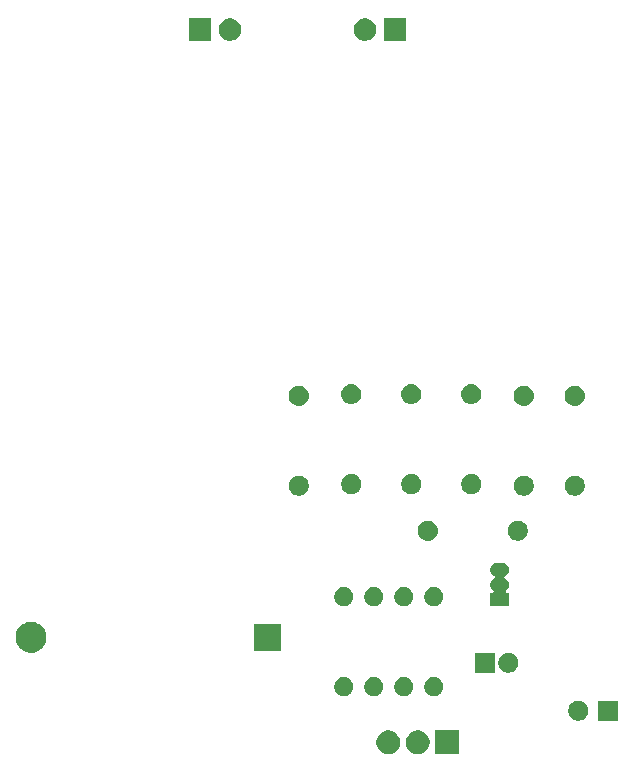
<source format=gts>
G04 #@! TF.GenerationSoftware,KiCad,Pcbnew,5.1.1-8be2ce7~80~ubuntu18.04.1*
G04 #@! TF.CreationDate,2019-04-17T04:14:47-07:00*
G04 #@! TF.ProjectId,555_timer,3535355f-7469-46d6-9572-2e6b69636164,v01*
G04 #@! TF.SameCoordinates,Original*
G04 #@! TF.FileFunction,Soldermask,Top*
G04 #@! TF.FilePolarity,Negative*
%FSLAX46Y46*%
G04 Gerber Fmt 4.6, Leading zero omitted, Abs format (unit mm)*
G04 Created by KiCad (PCBNEW 5.1.1-8be2ce7~80~ubuntu18.04.1) date 2019-04-17 04:14:47*
%MOMM*%
%LPD*%
G04 APERTURE LIST*
%ADD10C,0.100000*%
G04 APERTURE END LIST*
D10*
G36*
X165466000Y-124826000D02*
G01*
X163464000Y-124826000D01*
X163464000Y-122824000D01*
X165466000Y-122824000D01*
X165466000Y-124826000D01*
X165466000Y-124826000D01*
G37*
G36*
X162256981Y-122862468D02*
G01*
X162439151Y-122937926D01*
X162603100Y-123047473D01*
X162742527Y-123186900D01*
X162852074Y-123350849D01*
X162927532Y-123533019D01*
X162966000Y-123726410D01*
X162966000Y-123923590D01*
X162927532Y-124116981D01*
X162852074Y-124299151D01*
X162742527Y-124463100D01*
X162603100Y-124602527D01*
X162439151Y-124712074D01*
X162256981Y-124787532D01*
X162160285Y-124806766D01*
X162063591Y-124826000D01*
X161866409Y-124826000D01*
X161769715Y-124806766D01*
X161673019Y-124787532D01*
X161490849Y-124712074D01*
X161326900Y-124602527D01*
X161187473Y-124463100D01*
X161077926Y-124299151D01*
X161002468Y-124116981D01*
X160964000Y-123923590D01*
X160964000Y-123726410D01*
X161002468Y-123533019D01*
X161077926Y-123350849D01*
X161187473Y-123186900D01*
X161326900Y-123047473D01*
X161490849Y-122937926D01*
X161673019Y-122862468D01*
X161866409Y-122824000D01*
X162063591Y-122824000D01*
X162256981Y-122862468D01*
X162256981Y-122862468D01*
G37*
G36*
X159756981Y-122862468D02*
G01*
X159939151Y-122937926D01*
X160103100Y-123047473D01*
X160242527Y-123186900D01*
X160352074Y-123350849D01*
X160427532Y-123533019D01*
X160466000Y-123726410D01*
X160466000Y-123923590D01*
X160427532Y-124116981D01*
X160352074Y-124299151D01*
X160242527Y-124463100D01*
X160103100Y-124602527D01*
X159939151Y-124712074D01*
X159756981Y-124787532D01*
X159660285Y-124806766D01*
X159563591Y-124826000D01*
X159366409Y-124826000D01*
X159269715Y-124806766D01*
X159173019Y-124787532D01*
X158990849Y-124712074D01*
X158826900Y-124602527D01*
X158687473Y-124463100D01*
X158577926Y-124299151D01*
X158502468Y-124116981D01*
X158464000Y-123923590D01*
X158464000Y-123726410D01*
X158502468Y-123533019D01*
X158577926Y-123350849D01*
X158687473Y-123186900D01*
X158826900Y-123047473D01*
X158990849Y-122937926D01*
X159173019Y-122862468D01*
X159366409Y-122824000D01*
X159563591Y-122824000D01*
X159756981Y-122862468D01*
X159756981Y-122862468D01*
G37*
G36*
X178905000Y-122009000D02*
G01*
X177203000Y-122009000D01*
X177203000Y-120307000D01*
X178905000Y-120307000D01*
X178905000Y-122009000D01*
X178905000Y-122009000D01*
G37*
G36*
X175802228Y-120339703D02*
G01*
X175957100Y-120403853D01*
X176096481Y-120496985D01*
X176215015Y-120615519D01*
X176308147Y-120754900D01*
X176372297Y-120909772D01*
X176405000Y-121074184D01*
X176405000Y-121241816D01*
X176372297Y-121406228D01*
X176308147Y-121561100D01*
X176215015Y-121700481D01*
X176096481Y-121819015D01*
X175957100Y-121912147D01*
X175802228Y-121976297D01*
X175637816Y-122009000D01*
X175470184Y-122009000D01*
X175305772Y-121976297D01*
X175150900Y-121912147D01*
X175011519Y-121819015D01*
X174892985Y-121700481D01*
X174799853Y-121561100D01*
X174735703Y-121406228D01*
X174703000Y-121241816D01*
X174703000Y-121074184D01*
X174735703Y-120909772D01*
X174799853Y-120754900D01*
X174892985Y-120615519D01*
X175011519Y-120496985D01*
X175150900Y-120403853D01*
X175305772Y-120339703D01*
X175470184Y-120307000D01*
X175637816Y-120307000D01*
X175802228Y-120339703D01*
X175802228Y-120339703D01*
G37*
G36*
X161019142Y-118344242D02*
G01*
X161167101Y-118405529D01*
X161300255Y-118494499D01*
X161413501Y-118607745D01*
X161502471Y-118740899D01*
X161563758Y-118888858D01*
X161595000Y-119045925D01*
X161595000Y-119206075D01*
X161563758Y-119363142D01*
X161502471Y-119511101D01*
X161413501Y-119644255D01*
X161300255Y-119757501D01*
X161167101Y-119846471D01*
X161019142Y-119907758D01*
X160862075Y-119939000D01*
X160701925Y-119939000D01*
X160544858Y-119907758D01*
X160396899Y-119846471D01*
X160263745Y-119757501D01*
X160150499Y-119644255D01*
X160061529Y-119511101D01*
X160000242Y-119363142D01*
X159969000Y-119206075D01*
X159969000Y-119045925D01*
X160000242Y-118888858D01*
X160061529Y-118740899D01*
X160150499Y-118607745D01*
X160263745Y-118494499D01*
X160396899Y-118405529D01*
X160544858Y-118344242D01*
X160701925Y-118313000D01*
X160862075Y-118313000D01*
X161019142Y-118344242D01*
X161019142Y-118344242D01*
G37*
G36*
X158479142Y-118344242D02*
G01*
X158627101Y-118405529D01*
X158760255Y-118494499D01*
X158873501Y-118607745D01*
X158962471Y-118740899D01*
X159023758Y-118888858D01*
X159055000Y-119045925D01*
X159055000Y-119206075D01*
X159023758Y-119363142D01*
X158962471Y-119511101D01*
X158873501Y-119644255D01*
X158760255Y-119757501D01*
X158627101Y-119846471D01*
X158479142Y-119907758D01*
X158322075Y-119939000D01*
X158161925Y-119939000D01*
X158004858Y-119907758D01*
X157856899Y-119846471D01*
X157723745Y-119757501D01*
X157610499Y-119644255D01*
X157521529Y-119511101D01*
X157460242Y-119363142D01*
X157429000Y-119206075D01*
X157429000Y-119045925D01*
X157460242Y-118888858D01*
X157521529Y-118740899D01*
X157610499Y-118607745D01*
X157723745Y-118494499D01*
X157856899Y-118405529D01*
X158004858Y-118344242D01*
X158161925Y-118313000D01*
X158322075Y-118313000D01*
X158479142Y-118344242D01*
X158479142Y-118344242D01*
G37*
G36*
X155939142Y-118344242D02*
G01*
X156087101Y-118405529D01*
X156220255Y-118494499D01*
X156333501Y-118607745D01*
X156422471Y-118740899D01*
X156483758Y-118888858D01*
X156515000Y-119045925D01*
X156515000Y-119206075D01*
X156483758Y-119363142D01*
X156422471Y-119511101D01*
X156333501Y-119644255D01*
X156220255Y-119757501D01*
X156087101Y-119846471D01*
X155939142Y-119907758D01*
X155782075Y-119939000D01*
X155621925Y-119939000D01*
X155464858Y-119907758D01*
X155316899Y-119846471D01*
X155183745Y-119757501D01*
X155070499Y-119644255D01*
X154981529Y-119511101D01*
X154920242Y-119363142D01*
X154889000Y-119206075D01*
X154889000Y-119045925D01*
X154920242Y-118888858D01*
X154981529Y-118740899D01*
X155070499Y-118607745D01*
X155183745Y-118494499D01*
X155316899Y-118405529D01*
X155464858Y-118344242D01*
X155621925Y-118313000D01*
X155782075Y-118313000D01*
X155939142Y-118344242D01*
X155939142Y-118344242D01*
G37*
G36*
X163559142Y-118344242D02*
G01*
X163707101Y-118405529D01*
X163840255Y-118494499D01*
X163953501Y-118607745D01*
X164042471Y-118740899D01*
X164103758Y-118888858D01*
X164135000Y-119045925D01*
X164135000Y-119206075D01*
X164103758Y-119363142D01*
X164042471Y-119511101D01*
X163953501Y-119644255D01*
X163840255Y-119757501D01*
X163707101Y-119846471D01*
X163559142Y-119907758D01*
X163402075Y-119939000D01*
X163241925Y-119939000D01*
X163084858Y-119907758D01*
X162936899Y-119846471D01*
X162803745Y-119757501D01*
X162690499Y-119644255D01*
X162601529Y-119511101D01*
X162540242Y-119363142D01*
X162509000Y-119206075D01*
X162509000Y-119045925D01*
X162540242Y-118888858D01*
X162601529Y-118740899D01*
X162690499Y-118607745D01*
X162803745Y-118494499D01*
X162936899Y-118405529D01*
X163084858Y-118344242D01*
X163241925Y-118313000D01*
X163402075Y-118313000D01*
X163559142Y-118344242D01*
X163559142Y-118344242D01*
G37*
G36*
X168491000Y-117945000D02*
G01*
X166789000Y-117945000D01*
X166789000Y-116243000D01*
X168491000Y-116243000D01*
X168491000Y-117945000D01*
X168491000Y-117945000D01*
G37*
G36*
X169888228Y-116275703D02*
G01*
X170043100Y-116339853D01*
X170182481Y-116432985D01*
X170301015Y-116551519D01*
X170394147Y-116690900D01*
X170458297Y-116845772D01*
X170491000Y-117010184D01*
X170491000Y-117177816D01*
X170458297Y-117342228D01*
X170394147Y-117497100D01*
X170301015Y-117636481D01*
X170182481Y-117755015D01*
X170043100Y-117848147D01*
X169888228Y-117912297D01*
X169723816Y-117945000D01*
X169556184Y-117945000D01*
X169391772Y-117912297D01*
X169236900Y-117848147D01*
X169097519Y-117755015D01*
X168978985Y-117636481D01*
X168885853Y-117497100D01*
X168821703Y-117342228D01*
X168789000Y-117177816D01*
X168789000Y-117010184D01*
X168821703Y-116845772D01*
X168885853Y-116690900D01*
X168978985Y-116551519D01*
X169097519Y-116432985D01*
X169236900Y-116339853D01*
X169391772Y-116275703D01*
X169556184Y-116243000D01*
X169723816Y-116243000D01*
X169888228Y-116275703D01*
X169888228Y-116275703D01*
G37*
G36*
X129604487Y-113683996D02*
G01*
X129841253Y-113782068D01*
X129841255Y-113782069D01*
X129866594Y-113799000D01*
X130054339Y-113924447D01*
X130235553Y-114105661D01*
X130377932Y-114318747D01*
X130476004Y-114555513D01*
X130526000Y-114806861D01*
X130526000Y-115063139D01*
X130476004Y-115314487D01*
X130377932Y-115551253D01*
X130377931Y-115551255D01*
X130235553Y-115764339D01*
X130054339Y-115945553D01*
X129841255Y-116087931D01*
X129841254Y-116087932D01*
X129841253Y-116087932D01*
X129604487Y-116186004D01*
X129353139Y-116236000D01*
X129096861Y-116236000D01*
X128845513Y-116186004D01*
X128608747Y-116087932D01*
X128608746Y-116087932D01*
X128608745Y-116087931D01*
X128395661Y-115945553D01*
X128214447Y-115764339D01*
X128072069Y-115551255D01*
X128072068Y-115551253D01*
X127973996Y-115314487D01*
X127924000Y-115063139D01*
X127924000Y-114806861D01*
X127973996Y-114555513D01*
X128072068Y-114318747D01*
X128214447Y-114105661D01*
X128395661Y-113924447D01*
X128583406Y-113799000D01*
X128608745Y-113782069D01*
X128608747Y-113782068D01*
X128845513Y-113683996D01*
X129096861Y-113634000D01*
X129353139Y-113634000D01*
X129604487Y-113683996D01*
X129604487Y-113683996D01*
G37*
G36*
X150361000Y-116071000D02*
G01*
X148089000Y-116071000D01*
X148089000Y-113799000D01*
X150361000Y-113799000D01*
X150361000Y-116071000D01*
X150361000Y-116071000D01*
G37*
G36*
X169247916Y-108652334D02*
G01*
X169356492Y-108685271D01*
X169356495Y-108685272D01*
X169392601Y-108704571D01*
X169456557Y-108738756D01*
X169544264Y-108810736D01*
X169616244Y-108898443D01*
X169650429Y-108962399D01*
X169669728Y-108998505D01*
X169669729Y-108998508D01*
X169702666Y-109107084D01*
X169713787Y-109220000D01*
X169702666Y-109332916D01*
X169669729Y-109441492D01*
X169669728Y-109441495D01*
X169650429Y-109477601D01*
X169616244Y-109541557D01*
X169544264Y-109629264D01*
X169456557Y-109701244D01*
X169375141Y-109744761D01*
X169354766Y-109758375D01*
X169337439Y-109775702D01*
X169323826Y-109796076D01*
X169314448Y-109818715D01*
X169309668Y-109842748D01*
X169309668Y-109867252D01*
X169314448Y-109891285D01*
X169323826Y-109913924D01*
X169337440Y-109934299D01*
X169354767Y-109951626D01*
X169375141Y-109965239D01*
X169456557Y-110008756D01*
X169544264Y-110080736D01*
X169616244Y-110168443D01*
X169650429Y-110232399D01*
X169669728Y-110268505D01*
X169669729Y-110268508D01*
X169702666Y-110377084D01*
X169713787Y-110490000D01*
X169702666Y-110602916D01*
X169669729Y-110711492D01*
X169669728Y-110711495D01*
X169662914Y-110724242D01*
X169616244Y-110811557D01*
X169544264Y-110899264D01*
X169467354Y-110962383D01*
X169450035Y-110979702D01*
X169436421Y-111000077D01*
X169427043Y-111022716D01*
X169422263Y-111046749D01*
X169422263Y-111071253D01*
X169427043Y-111095286D01*
X169436421Y-111117925D01*
X169450034Y-111138299D01*
X169467361Y-111155626D01*
X169487736Y-111169240D01*
X169510375Y-111178618D01*
X169534408Y-111183398D01*
X169546660Y-111184000D01*
X169711000Y-111184000D01*
X169711000Y-112336000D01*
X168109000Y-112336000D01*
X168109000Y-111184000D01*
X168273340Y-111184000D01*
X168297726Y-111181598D01*
X168321175Y-111174485D01*
X168342786Y-111162934D01*
X168361728Y-111147389D01*
X168377273Y-111128447D01*
X168388824Y-111106836D01*
X168395937Y-111083387D01*
X168398339Y-111059001D01*
X168395937Y-111034615D01*
X168388824Y-111011166D01*
X168377273Y-110989555D01*
X168361728Y-110970613D01*
X168352655Y-110962391D01*
X168275736Y-110899264D01*
X168203756Y-110811557D01*
X168157086Y-110724242D01*
X168150272Y-110711495D01*
X168150271Y-110711492D01*
X168117334Y-110602916D01*
X168106213Y-110490000D01*
X168117334Y-110377084D01*
X168150271Y-110268508D01*
X168150272Y-110268505D01*
X168169571Y-110232399D01*
X168203756Y-110168443D01*
X168275736Y-110080736D01*
X168363443Y-110008756D01*
X168444859Y-109965239D01*
X168465234Y-109951625D01*
X168482561Y-109934298D01*
X168496174Y-109913924D01*
X168505552Y-109891285D01*
X168510332Y-109867252D01*
X168510332Y-109842748D01*
X168505552Y-109818715D01*
X168496174Y-109796076D01*
X168482560Y-109775701D01*
X168465233Y-109758374D01*
X168444859Y-109744761D01*
X168363443Y-109701244D01*
X168275736Y-109629264D01*
X168203756Y-109541557D01*
X168169571Y-109477601D01*
X168150272Y-109441495D01*
X168150271Y-109441492D01*
X168117334Y-109332916D01*
X168106213Y-109220000D01*
X168117334Y-109107084D01*
X168150271Y-108998508D01*
X168150272Y-108998505D01*
X168169571Y-108962399D01*
X168203756Y-108898443D01*
X168275736Y-108810736D01*
X168363443Y-108738756D01*
X168427399Y-108704571D01*
X168463505Y-108685272D01*
X168463508Y-108685271D01*
X168572084Y-108652334D01*
X168656702Y-108644000D01*
X169163298Y-108644000D01*
X169247916Y-108652334D01*
X169247916Y-108652334D01*
G37*
G36*
X163559142Y-110724242D02*
G01*
X163707101Y-110785529D01*
X163840255Y-110874499D01*
X163953501Y-110987745D01*
X164042471Y-111120899D01*
X164103758Y-111268858D01*
X164135000Y-111425925D01*
X164135000Y-111586075D01*
X164103758Y-111743142D01*
X164042471Y-111891101D01*
X163953501Y-112024255D01*
X163840255Y-112137501D01*
X163707101Y-112226471D01*
X163559142Y-112287758D01*
X163402075Y-112319000D01*
X163241925Y-112319000D01*
X163084858Y-112287758D01*
X162936899Y-112226471D01*
X162803745Y-112137501D01*
X162690499Y-112024255D01*
X162601529Y-111891101D01*
X162540242Y-111743142D01*
X162509000Y-111586075D01*
X162509000Y-111425925D01*
X162540242Y-111268858D01*
X162601529Y-111120899D01*
X162690499Y-110987745D01*
X162803745Y-110874499D01*
X162936899Y-110785529D01*
X163084858Y-110724242D01*
X163241925Y-110693000D01*
X163402075Y-110693000D01*
X163559142Y-110724242D01*
X163559142Y-110724242D01*
G37*
G36*
X161019142Y-110724242D02*
G01*
X161167101Y-110785529D01*
X161300255Y-110874499D01*
X161413501Y-110987745D01*
X161502471Y-111120899D01*
X161563758Y-111268858D01*
X161595000Y-111425925D01*
X161595000Y-111586075D01*
X161563758Y-111743142D01*
X161502471Y-111891101D01*
X161413501Y-112024255D01*
X161300255Y-112137501D01*
X161167101Y-112226471D01*
X161019142Y-112287758D01*
X160862075Y-112319000D01*
X160701925Y-112319000D01*
X160544858Y-112287758D01*
X160396899Y-112226471D01*
X160263745Y-112137501D01*
X160150499Y-112024255D01*
X160061529Y-111891101D01*
X160000242Y-111743142D01*
X159969000Y-111586075D01*
X159969000Y-111425925D01*
X160000242Y-111268858D01*
X160061529Y-111120899D01*
X160150499Y-110987745D01*
X160263745Y-110874499D01*
X160396899Y-110785529D01*
X160544858Y-110724242D01*
X160701925Y-110693000D01*
X160862075Y-110693000D01*
X161019142Y-110724242D01*
X161019142Y-110724242D01*
G37*
G36*
X158479142Y-110724242D02*
G01*
X158627101Y-110785529D01*
X158760255Y-110874499D01*
X158873501Y-110987745D01*
X158962471Y-111120899D01*
X159023758Y-111268858D01*
X159055000Y-111425925D01*
X159055000Y-111586075D01*
X159023758Y-111743142D01*
X158962471Y-111891101D01*
X158873501Y-112024255D01*
X158760255Y-112137501D01*
X158627101Y-112226471D01*
X158479142Y-112287758D01*
X158322075Y-112319000D01*
X158161925Y-112319000D01*
X158004858Y-112287758D01*
X157856899Y-112226471D01*
X157723745Y-112137501D01*
X157610499Y-112024255D01*
X157521529Y-111891101D01*
X157460242Y-111743142D01*
X157429000Y-111586075D01*
X157429000Y-111425925D01*
X157460242Y-111268858D01*
X157521529Y-111120899D01*
X157610499Y-110987745D01*
X157723745Y-110874499D01*
X157856899Y-110785529D01*
X158004858Y-110724242D01*
X158161925Y-110693000D01*
X158322075Y-110693000D01*
X158479142Y-110724242D01*
X158479142Y-110724242D01*
G37*
G36*
X155939142Y-110724242D02*
G01*
X156087101Y-110785529D01*
X156220255Y-110874499D01*
X156333501Y-110987745D01*
X156422471Y-111120899D01*
X156483758Y-111268858D01*
X156515000Y-111425925D01*
X156515000Y-111586075D01*
X156483758Y-111743142D01*
X156422471Y-111891101D01*
X156333501Y-112024255D01*
X156220255Y-112137501D01*
X156087101Y-112226471D01*
X155939142Y-112287758D01*
X155782075Y-112319000D01*
X155621925Y-112319000D01*
X155464858Y-112287758D01*
X155316899Y-112226471D01*
X155183745Y-112137501D01*
X155070499Y-112024255D01*
X154981529Y-111891101D01*
X154920242Y-111743142D01*
X154889000Y-111586075D01*
X154889000Y-111425925D01*
X154920242Y-111268858D01*
X154981529Y-111120899D01*
X155070499Y-110987745D01*
X155183745Y-110874499D01*
X155316899Y-110785529D01*
X155464858Y-110724242D01*
X155621925Y-110693000D01*
X155782075Y-110693000D01*
X155939142Y-110724242D01*
X155939142Y-110724242D01*
G37*
G36*
X162980823Y-105079313D02*
G01*
X163141242Y-105127976D01*
X163208361Y-105163852D01*
X163289078Y-105206996D01*
X163418659Y-105313341D01*
X163525004Y-105442922D01*
X163525005Y-105442924D01*
X163604024Y-105590758D01*
X163652687Y-105751177D01*
X163669117Y-105918000D01*
X163652687Y-106084823D01*
X163604024Y-106245242D01*
X163563477Y-106321100D01*
X163525004Y-106393078D01*
X163418659Y-106522659D01*
X163289078Y-106629004D01*
X163289076Y-106629005D01*
X163141242Y-106708024D01*
X162980823Y-106756687D01*
X162855804Y-106769000D01*
X162772196Y-106769000D01*
X162647177Y-106756687D01*
X162486758Y-106708024D01*
X162338924Y-106629005D01*
X162338922Y-106629004D01*
X162209341Y-106522659D01*
X162102996Y-106393078D01*
X162064523Y-106321100D01*
X162023976Y-106245242D01*
X161975313Y-106084823D01*
X161958883Y-105918000D01*
X161975313Y-105751177D01*
X162023976Y-105590758D01*
X162102995Y-105442924D01*
X162102996Y-105442922D01*
X162209341Y-105313341D01*
X162338922Y-105206996D01*
X162419639Y-105163852D01*
X162486758Y-105127976D01*
X162647177Y-105079313D01*
X162772196Y-105067000D01*
X162855804Y-105067000D01*
X162980823Y-105079313D01*
X162980823Y-105079313D01*
G37*
G36*
X170682228Y-105099703D02*
G01*
X170837100Y-105163853D01*
X170976481Y-105256985D01*
X171095015Y-105375519D01*
X171188147Y-105514900D01*
X171252297Y-105669772D01*
X171285000Y-105834184D01*
X171285000Y-106001816D01*
X171252297Y-106166228D01*
X171188147Y-106321100D01*
X171095015Y-106460481D01*
X170976481Y-106579015D01*
X170837100Y-106672147D01*
X170682228Y-106736297D01*
X170517816Y-106769000D01*
X170350184Y-106769000D01*
X170185772Y-106736297D01*
X170030900Y-106672147D01*
X169891519Y-106579015D01*
X169772985Y-106460481D01*
X169679853Y-106321100D01*
X169615703Y-106166228D01*
X169583000Y-106001816D01*
X169583000Y-105834184D01*
X169615703Y-105669772D01*
X169679853Y-105514900D01*
X169772985Y-105375519D01*
X169891519Y-105256985D01*
X170030900Y-105163853D01*
X170185772Y-105099703D01*
X170350184Y-105067000D01*
X170517816Y-105067000D01*
X170682228Y-105099703D01*
X170682228Y-105099703D01*
G37*
G36*
X171190228Y-101289703D02*
G01*
X171345100Y-101353853D01*
X171484481Y-101446985D01*
X171603015Y-101565519D01*
X171696147Y-101704900D01*
X171760297Y-101859772D01*
X171793000Y-102024184D01*
X171793000Y-102191816D01*
X171760297Y-102356228D01*
X171696147Y-102511100D01*
X171603015Y-102650481D01*
X171484481Y-102769015D01*
X171345100Y-102862147D01*
X171190228Y-102926297D01*
X171025816Y-102959000D01*
X170858184Y-102959000D01*
X170693772Y-102926297D01*
X170538900Y-102862147D01*
X170399519Y-102769015D01*
X170280985Y-102650481D01*
X170187853Y-102511100D01*
X170123703Y-102356228D01*
X170091000Y-102191816D01*
X170091000Y-102024184D01*
X170123703Y-101859772D01*
X170187853Y-101704900D01*
X170280985Y-101565519D01*
X170399519Y-101446985D01*
X170538900Y-101353853D01*
X170693772Y-101289703D01*
X170858184Y-101257000D01*
X171025816Y-101257000D01*
X171190228Y-101289703D01*
X171190228Y-101289703D01*
G37*
G36*
X152140228Y-101289703D02*
G01*
X152295100Y-101353853D01*
X152434481Y-101446985D01*
X152553015Y-101565519D01*
X152646147Y-101704900D01*
X152710297Y-101859772D01*
X152743000Y-102024184D01*
X152743000Y-102191816D01*
X152710297Y-102356228D01*
X152646147Y-102511100D01*
X152553015Y-102650481D01*
X152434481Y-102769015D01*
X152295100Y-102862147D01*
X152140228Y-102926297D01*
X151975816Y-102959000D01*
X151808184Y-102959000D01*
X151643772Y-102926297D01*
X151488900Y-102862147D01*
X151349519Y-102769015D01*
X151230985Y-102650481D01*
X151137853Y-102511100D01*
X151073703Y-102356228D01*
X151041000Y-102191816D01*
X151041000Y-102024184D01*
X151073703Y-101859772D01*
X151137853Y-101704900D01*
X151230985Y-101565519D01*
X151349519Y-101446985D01*
X151488900Y-101353853D01*
X151643772Y-101289703D01*
X151808184Y-101257000D01*
X151975816Y-101257000D01*
X152140228Y-101289703D01*
X152140228Y-101289703D01*
G37*
G36*
X175508228Y-101289703D02*
G01*
X175663100Y-101353853D01*
X175802481Y-101446985D01*
X175921015Y-101565519D01*
X176014147Y-101704900D01*
X176078297Y-101859772D01*
X176111000Y-102024184D01*
X176111000Y-102191816D01*
X176078297Y-102356228D01*
X176014147Y-102511100D01*
X175921015Y-102650481D01*
X175802481Y-102769015D01*
X175663100Y-102862147D01*
X175508228Y-102926297D01*
X175343816Y-102959000D01*
X175176184Y-102959000D01*
X175011772Y-102926297D01*
X174856900Y-102862147D01*
X174717519Y-102769015D01*
X174598985Y-102650481D01*
X174505853Y-102511100D01*
X174441703Y-102356228D01*
X174409000Y-102191816D01*
X174409000Y-102024184D01*
X174441703Y-101859772D01*
X174505853Y-101704900D01*
X174598985Y-101565519D01*
X174717519Y-101446985D01*
X174856900Y-101353853D01*
X175011772Y-101289703D01*
X175176184Y-101257000D01*
X175343816Y-101257000D01*
X175508228Y-101289703D01*
X175508228Y-101289703D01*
G37*
G36*
X161665228Y-101162703D02*
G01*
X161820100Y-101226853D01*
X161959481Y-101319985D01*
X162078015Y-101438519D01*
X162171147Y-101577900D01*
X162235297Y-101732772D01*
X162268000Y-101897184D01*
X162268000Y-102064816D01*
X162235297Y-102229228D01*
X162171147Y-102384100D01*
X162078015Y-102523481D01*
X161959481Y-102642015D01*
X161820100Y-102735147D01*
X161665228Y-102799297D01*
X161500816Y-102832000D01*
X161333184Y-102832000D01*
X161168772Y-102799297D01*
X161013900Y-102735147D01*
X160874519Y-102642015D01*
X160755985Y-102523481D01*
X160662853Y-102384100D01*
X160598703Y-102229228D01*
X160566000Y-102064816D01*
X160566000Y-101897184D01*
X160598703Y-101732772D01*
X160662853Y-101577900D01*
X160755985Y-101438519D01*
X160874519Y-101319985D01*
X161013900Y-101226853D01*
X161168772Y-101162703D01*
X161333184Y-101130000D01*
X161500816Y-101130000D01*
X161665228Y-101162703D01*
X161665228Y-101162703D01*
G37*
G36*
X166745228Y-101162703D02*
G01*
X166900100Y-101226853D01*
X167039481Y-101319985D01*
X167158015Y-101438519D01*
X167251147Y-101577900D01*
X167315297Y-101732772D01*
X167348000Y-101897184D01*
X167348000Y-102064816D01*
X167315297Y-102229228D01*
X167251147Y-102384100D01*
X167158015Y-102523481D01*
X167039481Y-102642015D01*
X166900100Y-102735147D01*
X166745228Y-102799297D01*
X166580816Y-102832000D01*
X166413184Y-102832000D01*
X166248772Y-102799297D01*
X166093900Y-102735147D01*
X165954519Y-102642015D01*
X165835985Y-102523481D01*
X165742853Y-102384100D01*
X165678703Y-102229228D01*
X165646000Y-102064816D01*
X165646000Y-101897184D01*
X165678703Y-101732772D01*
X165742853Y-101577900D01*
X165835985Y-101438519D01*
X165954519Y-101319985D01*
X166093900Y-101226853D01*
X166248772Y-101162703D01*
X166413184Y-101130000D01*
X166580816Y-101130000D01*
X166745228Y-101162703D01*
X166745228Y-101162703D01*
G37*
G36*
X156585228Y-101162703D02*
G01*
X156740100Y-101226853D01*
X156879481Y-101319985D01*
X156998015Y-101438519D01*
X157091147Y-101577900D01*
X157155297Y-101732772D01*
X157188000Y-101897184D01*
X157188000Y-102064816D01*
X157155297Y-102229228D01*
X157091147Y-102384100D01*
X156998015Y-102523481D01*
X156879481Y-102642015D01*
X156740100Y-102735147D01*
X156585228Y-102799297D01*
X156420816Y-102832000D01*
X156253184Y-102832000D01*
X156088772Y-102799297D01*
X155933900Y-102735147D01*
X155794519Y-102642015D01*
X155675985Y-102523481D01*
X155582853Y-102384100D01*
X155518703Y-102229228D01*
X155486000Y-102064816D01*
X155486000Y-101897184D01*
X155518703Y-101732772D01*
X155582853Y-101577900D01*
X155675985Y-101438519D01*
X155794519Y-101319985D01*
X155933900Y-101226853D01*
X156088772Y-101162703D01*
X156253184Y-101130000D01*
X156420816Y-101130000D01*
X156585228Y-101162703D01*
X156585228Y-101162703D01*
G37*
G36*
X171108823Y-93649313D02*
G01*
X171269242Y-93697976D01*
X171378435Y-93756341D01*
X171417078Y-93776996D01*
X171546659Y-93883341D01*
X171653004Y-94012922D01*
X171653005Y-94012924D01*
X171732024Y-94160758D01*
X171780687Y-94321177D01*
X171797117Y-94488000D01*
X171780687Y-94654823D01*
X171732024Y-94815242D01*
X171661114Y-94947906D01*
X171653004Y-94963078D01*
X171546659Y-95092659D01*
X171417078Y-95199004D01*
X171417076Y-95199005D01*
X171269242Y-95278024D01*
X171108823Y-95326687D01*
X170983804Y-95339000D01*
X170900196Y-95339000D01*
X170775177Y-95326687D01*
X170614758Y-95278024D01*
X170466924Y-95199005D01*
X170466922Y-95199004D01*
X170337341Y-95092659D01*
X170230996Y-94963078D01*
X170222886Y-94947906D01*
X170151976Y-94815242D01*
X170103313Y-94654823D01*
X170086883Y-94488000D01*
X170103313Y-94321177D01*
X170151976Y-94160758D01*
X170230995Y-94012924D01*
X170230996Y-94012922D01*
X170337341Y-93883341D01*
X170466922Y-93776996D01*
X170505565Y-93756341D01*
X170614758Y-93697976D01*
X170775177Y-93649313D01*
X170900196Y-93637000D01*
X170983804Y-93637000D01*
X171108823Y-93649313D01*
X171108823Y-93649313D01*
G37*
G36*
X175426823Y-93649313D02*
G01*
X175587242Y-93697976D01*
X175696435Y-93756341D01*
X175735078Y-93776996D01*
X175864659Y-93883341D01*
X175971004Y-94012922D01*
X175971005Y-94012924D01*
X176050024Y-94160758D01*
X176098687Y-94321177D01*
X176115117Y-94488000D01*
X176098687Y-94654823D01*
X176050024Y-94815242D01*
X175979114Y-94947906D01*
X175971004Y-94963078D01*
X175864659Y-95092659D01*
X175735078Y-95199004D01*
X175735076Y-95199005D01*
X175587242Y-95278024D01*
X175426823Y-95326687D01*
X175301804Y-95339000D01*
X175218196Y-95339000D01*
X175093177Y-95326687D01*
X174932758Y-95278024D01*
X174784924Y-95199005D01*
X174784922Y-95199004D01*
X174655341Y-95092659D01*
X174548996Y-94963078D01*
X174540886Y-94947906D01*
X174469976Y-94815242D01*
X174421313Y-94654823D01*
X174404883Y-94488000D01*
X174421313Y-94321177D01*
X174469976Y-94160758D01*
X174548995Y-94012924D01*
X174548996Y-94012922D01*
X174655341Y-93883341D01*
X174784922Y-93776996D01*
X174823565Y-93756341D01*
X174932758Y-93697976D01*
X175093177Y-93649313D01*
X175218196Y-93637000D01*
X175301804Y-93637000D01*
X175426823Y-93649313D01*
X175426823Y-93649313D01*
G37*
G36*
X152058823Y-93649313D02*
G01*
X152219242Y-93697976D01*
X152328435Y-93756341D01*
X152367078Y-93776996D01*
X152496659Y-93883341D01*
X152603004Y-94012922D01*
X152603005Y-94012924D01*
X152682024Y-94160758D01*
X152730687Y-94321177D01*
X152747117Y-94488000D01*
X152730687Y-94654823D01*
X152682024Y-94815242D01*
X152611114Y-94947906D01*
X152603004Y-94963078D01*
X152496659Y-95092659D01*
X152367078Y-95199004D01*
X152367076Y-95199005D01*
X152219242Y-95278024D01*
X152058823Y-95326687D01*
X151933804Y-95339000D01*
X151850196Y-95339000D01*
X151725177Y-95326687D01*
X151564758Y-95278024D01*
X151416924Y-95199005D01*
X151416922Y-95199004D01*
X151287341Y-95092659D01*
X151180996Y-94963078D01*
X151172886Y-94947906D01*
X151101976Y-94815242D01*
X151053313Y-94654823D01*
X151036883Y-94488000D01*
X151053313Y-94321177D01*
X151101976Y-94160758D01*
X151180995Y-94012924D01*
X151180996Y-94012922D01*
X151287341Y-93883341D01*
X151416922Y-93776996D01*
X151455565Y-93756341D01*
X151564758Y-93697976D01*
X151725177Y-93649313D01*
X151850196Y-93637000D01*
X151933804Y-93637000D01*
X152058823Y-93649313D01*
X152058823Y-93649313D01*
G37*
G36*
X156503823Y-93522313D02*
G01*
X156664242Y-93570976D01*
X156787764Y-93637000D01*
X156812078Y-93649996D01*
X156941659Y-93756341D01*
X157048004Y-93885922D01*
X157048005Y-93885924D01*
X157127024Y-94033758D01*
X157175687Y-94194177D01*
X157192117Y-94361000D01*
X157175687Y-94527823D01*
X157127024Y-94688242D01*
X157059143Y-94815239D01*
X157048004Y-94836078D01*
X156941659Y-94965659D01*
X156812078Y-95072004D01*
X156812076Y-95072005D01*
X156664242Y-95151024D01*
X156503823Y-95199687D01*
X156378804Y-95212000D01*
X156295196Y-95212000D01*
X156170177Y-95199687D01*
X156009758Y-95151024D01*
X155861924Y-95072005D01*
X155861922Y-95072004D01*
X155732341Y-94965659D01*
X155625996Y-94836078D01*
X155614857Y-94815239D01*
X155546976Y-94688242D01*
X155498313Y-94527823D01*
X155481883Y-94361000D01*
X155498313Y-94194177D01*
X155546976Y-94033758D01*
X155625995Y-93885924D01*
X155625996Y-93885922D01*
X155732341Y-93756341D01*
X155861922Y-93649996D01*
X155886236Y-93637000D01*
X156009758Y-93570976D01*
X156170177Y-93522313D01*
X156295196Y-93510000D01*
X156378804Y-93510000D01*
X156503823Y-93522313D01*
X156503823Y-93522313D01*
G37*
G36*
X161583823Y-93522313D02*
G01*
X161744242Y-93570976D01*
X161867764Y-93637000D01*
X161892078Y-93649996D01*
X162021659Y-93756341D01*
X162128004Y-93885922D01*
X162128005Y-93885924D01*
X162207024Y-94033758D01*
X162255687Y-94194177D01*
X162272117Y-94361000D01*
X162255687Y-94527823D01*
X162207024Y-94688242D01*
X162139143Y-94815239D01*
X162128004Y-94836078D01*
X162021659Y-94965659D01*
X161892078Y-95072004D01*
X161892076Y-95072005D01*
X161744242Y-95151024D01*
X161583823Y-95199687D01*
X161458804Y-95212000D01*
X161375196Y-95212000D01*
X161250177Y-95199687D01*
X161089758Y-95151024D01*
X160941924Y-95072005D01*
X160941922Y-95072004D01*
X160812341Y-94965659D01*
X160705996Y-94836078D01*
X160694857Y-94815239D01*
X160626976Y-94688242D01*
X160578313Y-94527823D01*
X160561883Y-94361000D01*
X160578313Y-94194177D01*
X160626976Y-94033758D01*
X160705995Y-93885924D01*
X160705996Y-93885922D01*
X160812341Y-93756341D01*
X160941922Y-93649996D01*
X160966236Y-93637000D01*
X161089758Y-93570976D01*
X161250177Y-93522313D01*
X161375196Y-93510000D01*
X161458804Y-93510000D01*
X161583823Y-93522313D01*
X161583823Y-93522313D01*
G37*
G36*
X166663823Y-93522313D02*
G01*
X166824242Y-93570976D01*
X166947764Y-93637000D01*
X166972078Y-93649996D01*
X167101659Y-93756341D01*
X167208004Y-93885922D01*
X167208005Y-93885924D01*
X167287024Y-94033758D01*
X167335687Y-94194177D01*
X167352117Y-94361000D01*
X167335687Y-94527823D01*
X167287024Y-94688242D01*
X167219143Y-94815239D01*
X167208004Y-94836078D01*
X167101659Y-94965659D01*
X166972078Y-95072004D01*
X166972076Y-95072005D01*
X166824242Y-95151024D01*
X166663823Y-95199687D01*
X166538804Y-95212000D01*
X166455196Y-95212000D01*
X166330177Y-95199687D01*
X166169758Y-95151024D01*
X166021924Y-95072005D01*
X166021922Y-95072004D01*
X165892341Y-94965659D01*
X165785996Y-94836078D01*
X165774857Y-94815239D01*
X165706976Y-94688242D01*
X165658313Y-94527823D01*
X165641883Y-94361000D01*
X165658313Y-94194177D01*
X165706976Y-94033758D01*
X165785995Y-93885924D01*
X165785996Y-93885922D01*
X165892341Y-93756341D01*
X166021922Y-93649996D01*
X166046236Y-93637000D01*
X166169758Y-93570976D01*
X166330177Y-93522313D01*
X166455196Y-93510000D01*
X166538804Y-93510000D01*
X166663823Y-93522313D01*
X166663823Y-93522313D01*
G37*
G36*
X144461000Y-64451000D02*
G01*
X142559000Y-64451000D01*
X142559000Y-62549000D01*
X144461000Y-62549000D01*
X144461000Y-64451000D01*
X144461000Y-64451000D01*
G37*
G36*
X146327395Y-62585546D02*
G01*
X146500466Y-62657234D01*
X146500467Y-62657235D01*
X146656227Y-62761310D01*
X146788690Y-62893773D01*
X146788691Y-62893775D01*
X146892766Y-63049534D01*
X146964454Y-63222605D01*
X147001000Y-63406333D01*
X147001000Y-63593667D01*
X146964454Y-63777395D01*
X146892766Y-63950466D01*
X146892765Y-63950467D01*
X146788690Y-64106227D01*
X146656227Y-64238690D01*
X146577818Y-64291081D01*
X146500466Y-64342766D01*
X146327395Y-64414454D01*
X146143667Y-64451000D01*
X145956333Y-64451000D01*
X145772605Y-64414454D01*
X145599534Y-64342766D01*
X145522182Y-64291081D01*
X145443773Y-64238690D01*
X145311310Y-64106227D01*
X145207235Y-63950467D01*
X145207234Y-63950466D01*
X145135546Y-63777395D01*
X145099000Y-63593667D01*
X145099000Y-63406333D01*
X145135546Y-63222605D01*
X145207234Y-63049534D01*
X145311309Y-62893775D01*
X145311310Y-62893773D01*
X145443773Y-62761310D01*
X145599533Y-62657235D01*
X145599534Y-62657234D01*
X145772605Y-62585546D01*
X145956333Y-62549000D01*
X146143667Y-62549000D01*
X146327395Y-62585546D01*
X146327395Y-62585546D01*
G37*
G36*
X157757395Y-62585546D02*
G01*
X157930466Y-62657234D01*
X157930467Y-62657235D01*
X158086227Y-62761310D01*
X158218690Y-62893773D01*
X158218691Y-62893775D01*
X158322766Y-63049534D01*
X158394454Y-63222605D01*
X158431000Y-63406333D01*
X158431000Y-63593667D01*
X158394454Y-63777395D01*
X158322766Y-63950466D01*
X158322765Y-63950467D01*
X158218690Y-64106227D01*
X158086227Y-64238690D01*
X158007818Y-64291081D01*
X157930466Y-64342766D01*
X157757395Y-64414454D01*
X157573667Y-64451000D01*
X157386333Y-64451000D01*
X157202605Y-64414454D01*
X157029534Y-64342766D01*
X156952182Y-64291081D01*
X156873773Y-64238690D01*
X156741310Y-64106227D01*
X156637235Y-63950467D01*
X156637234Y-63950466D01*
X156565546Y-63777395D01*
X156529000Y-63593667D01*
X156529000Y-63406333D01*
X156565546Y-63222605D01*
X156637234Y-63049534D01*
X156741309Y-62893775D01*
X156741310Y-62893773D01*
X156873773Y-62761310D01*
X157029533Y-62657235D01*
X157029534Y-62657234D01*
X157202605Y-62585546D01*
X157386333Y-62549000D01*
X157573667Y-62549000D01*
X157757395Y-62585546D01*
X157757395Y-62585546D01*
G37*
G36*
X160971000Y-64451000D02*
G01*
X159069000Y-64451000D01*
X159069000Y-62549000D01*
X160971000Y-62549000D01*
X160971000Y-64451000D01*
X160971000Y-64451000D01*
G37*
M02*

</source>
